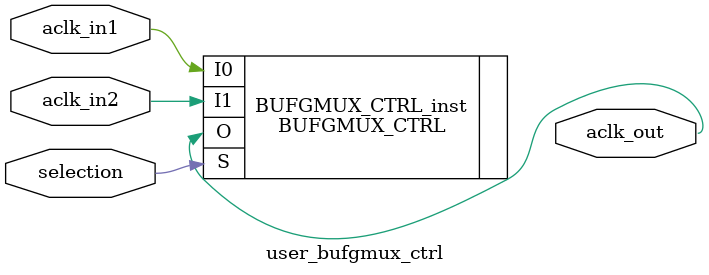
<source format=v>
`timescale 1ps / 1ps


module user_bufgmux_ctrl(
        input   aclk_in1,
        input   aclk_in2,
        output  aclk_out,
        input   selection
    );


   // BUFGMUX_CTRL: 2-to-1 Global Clock MUX Buffer
   //               Artix-7
   // Xilinx HDL Language Template, version 2024.1

   BUFGMUX_CTRL BUFGMUX_CTRL_inst (
      .O    ( aclk_out  ),  // 1-bit output: Clock output
      .I0   ( aclk_in1  ),  // 1-bit input: Clock input (S=0)
      .I1   ( aclk_in2  ),  // 1-bit input: Clock input (S=1)
      .S    ( selection )   // 1-bit input: Clock select
   );

   // End of BUFGMUX_CTRL_inst instantiation

endmodule

</source>
